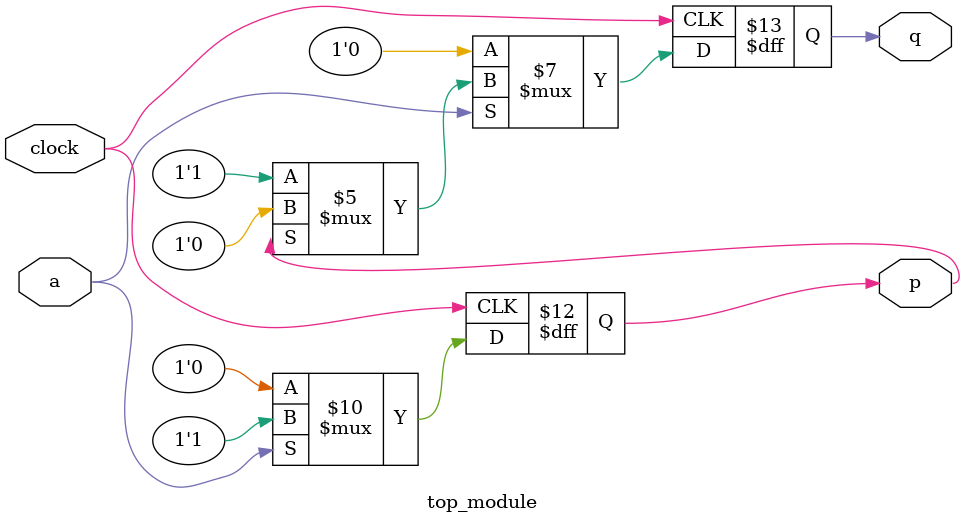
<source format=sv>
module top_module (
    input clock,
    input a, 
    output reg p,
    output reg q
);

always @(posedge clock) begin
    // Update p
    if (a) begin
        p <= 1;
    end else begin
        p <= 0;
    end

    // Update q
    if (a) begin
        if (p == 1) begin
            q <= 0;
        end else begin
            q <= 1;
        end
    end else begin
        q <= 0;
    end
end

endmodule

</source>
